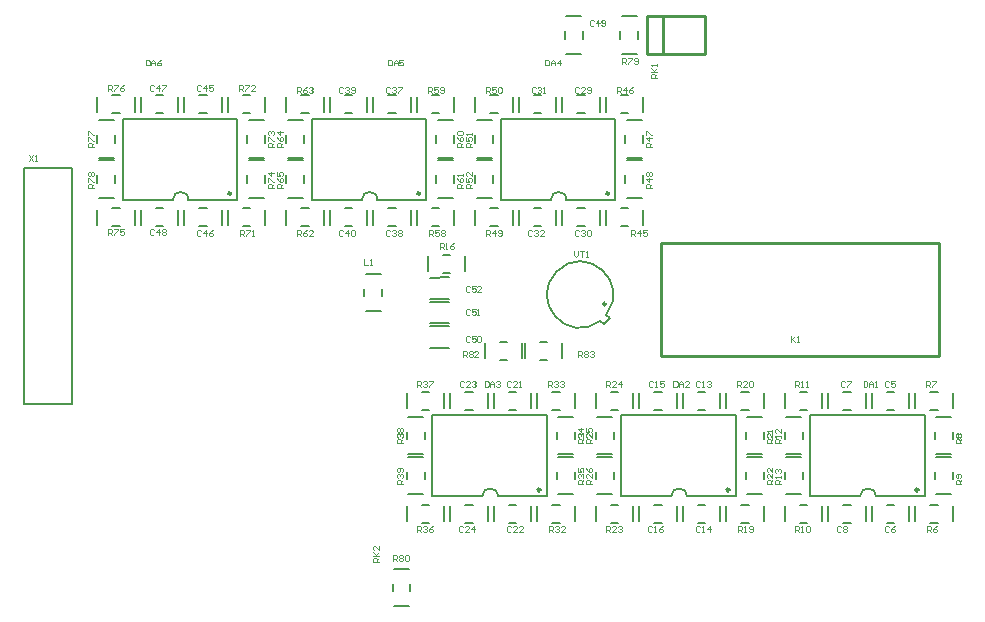
<source format=gto>
G04*
G04 #@! TF.GenerationSoftware,Altium Limited,Altium Designer,20.1.10 (176)*
G04*
G04 Layer_Color=439754*
%FSAX42Y42*%
%MOMM*%
G71*
G04*
G04 #@! TF.SameCoordinates,63434018-A3C6-436E-83B0-3C2E02A57827*
G04*
G04*
G04 #@! TF.FilePolarity,Positive*
G04*
G01*
G75*
%ADD10C,0.25*%
%ADD11C,0.15*%
%ADD12C,0.20*%
%ADD13C,0.15*%
%ADD14C,0.10*%
D10*
X001997Y004232D02*
G03*
X001997Y004232I-000012J000000D01*
G01*
X007817Y001722D02*
G03*
X007817Y001722I-000012J000000D01*
G01*
X004617Y001722D02*
G03*
X004617Y001722I-000012J000000D01*
G01*
X005197Y004232D02*
G03*
X005197Y004232I-000012J000000D01*
G01*
X003597D02*
G03*
X003597Y004232I-000012J000000D01*
G01*
X006217Y001722D02*
G03*
X006217Y001722I-000012J000000D01*
G01*
X005169Y003295D02*
G03*
X005169Y003295I-000010J000000D01*
G01*
X005640Y002856D02*
X007990D01*
Y003809D01*
X005640D02*
X007990D01*
X005640Y002856D02*
Y003809D01*
X005656Y005416D02*
X006012D01*
Y005733D01*
X005656D02*
X006012D01*
X005517Y005416D02*
X005656D01*
Y005733D01*
X005517D02*
X005656D01*
X005517Y005416D02*
Y005733D01*
D11*
X001636Y004178D02*
G03*
X001504Y004178I-000066J000000D01*
G01*
X007456Y001668D02*
G03*
X007324Y001668I-000066J000000D01*
G01*
X004256Y001668D02*
G03*
X004124Y001668I-000066J000000D01*
G01*
X004836Y004178D02*
G03*
X004704Y004178I-000066J000000D01*
G01*
X003236D02*
G03*
X003104Y004178I-000066J000000D01*
G01*
X005856Y001668D02*
G03*
X005724Y001668I-000066J000000D01*
G01*
X003236Y004178D02*
X003650D01*
X002682D02*
X003104D01*
X003650D02*
Y004864D01*
X002682Y004178D02*
Y004864D01*
X003650D01*
X001082D02*
X002050D01*
X001082Y004178D02*
Y004864D01*
X002050Y004178D02*
Y004864D01*
X001082Y004178D02*
X001504D01*
X001636D02*
X002050D01*
X006902Y002354D02*
X007870D01*
X006902Y001668D02*
Y002354D01*
X007870Y001668D02*
Y002354D01*
X006902Y001668D02*
X007324D01*
X007456D02*
X007870D01*
X003702Y002354D02*
X004670D01*
X003702Y001668D02*
Y002354D01*
X004670Y001668D02*
Y002354D01*
X003702Y001668D02*
X004124D01*
X004256D02*
X004670D01*
X004282Y004864D02*
X005250D01*
X004282Y004178D02*
Y004864D01*
X005250Y004178D02*
Y004864D01*
X004282Y004178D02*
X004704D01*
X004836D02*
X005250D01*
X005302Y002354D02*
X006270D01*
X005302Y001668D02*
Y002354D01*
X006270Y001668D02*
Y002354D01*
X005302Y001668D02*
X005724D01*
X005856D02*
X006270D01*
D12*
X005173Y003204D02*
G03*
X005123Y003154I-000221J000171D01*
G01*
X003682Y003133D02*
X003842D01*
X003682Y003313D02*
X003841Y003314D01*
X003682Y002927D02*
X003842D01*
X003682Y003107D02*
X003841Y003108D01*
X003682Y003339D02*
X003842D01*
X003682Y003519D02*
X003841Y003520D01*
X005173Y003204D02*
X005202Y003175D01*
X005152Y003125D02*
X005202Y003175D01*
X005152Y003125D02*
X005152D01*
X005123Y003154D02*
X005152Y003125D01*
D13*
X004837Y005733D02*
X004963D01*
X004837Y005416D02*
X004963D01*
X004976Y005543D02*
Y005606D01*
X004824Y005543D02*
Y005606D01*
X003978Y003572D02*
Y003699D01*
X003661Y003572D02*
Y003699D01*
X003788Y003559D02*
X003851D01*
X003788Y003711D02*
X003851D01*
X003124Y003363D02*
Y003426D01*
X003276Y003363D02*
Y003426D01*
X003136Y003236D02*
X003263D01*
X003136Y003553D02*
X003263D01*
X004801Y002836D02*
Y002964D01*
X004484Y002836D02*
Y002964D01*
X004611Y002824D02*
X004674D01*
X004611Y002976D02*
X004674D01*
X004463Y002836D02*
Y002964D01*
X004146Y002836D02*
Y002964D01*
X004273Y002824D02*
X004337D01*
X004273Y002976D02*
X004337D01*
X003485Y002411D02*
Y002538D01*
X003803Y002411D02*
Y002538D01*
X003612Y002551D02*
X003676D01*
X003612Y002399D02*
X003676D01*
X003853Y002411D02*
Y002538D01*
X004170Y002411D02*
Y002538D01*
X003980Y002551D02*
X004043D01*
X003980Y002399D02*
X004043D01*
X004538Y002411D02*
Y002538D01*
X004221Y002411D02*
Y002538D01*
X004348Y002399D02*
X004411D01*
X004348Y002551D02*
X004411D01*
X004906Y002411D02*
Y002538D01*
X004589Y002411D02*
Y002538D01*
X004716Y002399D02*
X004779D01*
X004716Y002551D02*
X004779D01*
X004170Y001456D02*
Y001583D01*
X003853Y001456D02*
Y001583D01*
X003980Y001443D02*
X004043D01*
X003980Y001596D02*
X004043D01*
X003485Y001456D02*
Y001583D01*
X003803Y001456D02*
Y001583D01*
X003612Y001596D02*
X003676D01*
X003612Y001443D02*
X003676D01*
X004221Y001456D02*
Y001583D01*
X004538Y001456D02*
Y001583D01*
X004348Y001596D02*
X004411D01*
X004348Y001443D02*
X004411D01*
X004906Y001456D02*
Y001583D01*
X004589Y001456D02*
Y001583D01*
X004716Y001443D02*
X004779D01*
X004716Y001596D02*
X004779D01*
X000247Y002447D02*
Y004447D01*
Y002447D02*
X000647D01*
Y004447D01*
X000247D02*
X000647D01*
X002465Y003966D02*
Y004093D01*
X002783Y003966D02*
Y004093D01*
X002592Y004106D02*
X002656D01*
X002592Y003953D02*
X002656D01*
X002476Y004513D02*
X002603D01*
X002476Y004196D02*
X002603D01*
X002616Y004323D02*
Y004387D01*
X002464Y004323D02*
Y004387D01*
X002476Y004534D02*
X002603D01*
X002476Y004851D02*
X002603D01*
X002464Y004661D02*
Y004724D01*
X002616Y004661D02*
Y004724D01*
X002465Y004921D02*
Y005048D01*
X002783Y004921D02*
Y005048D01*
X002592Y005061D02*
X002656D01*
X002592Y004909D02*
X002656D01*
X000864Y004323D02*
Y004387D01*
X001016Y004323D02*
Y004387D01*
X000877Y004196D02*
X001003D01*
X000877Y004513D02*
X001003D01*
X001016Y004661D02*
Y004724D01*
X000864Y004661D02*
Y004724D01*
X000877Y004851D02*
X001003D01*
X000877Y004534D02*
X001003D01*
X000992Y004909D02*
X001056D01*
X000992Y005061D02*
X001056D01*
X001183Y004921D02*
Y005048D01*
X000865Y004921D02*
Y005048D01*
X000992Y003953D02*
X001056D01*
X000992Y004106D02*
X001056D01*
X001183Y003966D02*
Y004093D01*
X000865Y003966D02*
Y004093D01*
X002134Y004323D02*
Y004387D01*
X002286Y004323D02*
Y004387D01*
X002147Y004196D02*
X002274D01*
X002147Y004513D02*
X002274D01*
X002286Y004661D02*
Y004724D01*
X002134Y004661D02*
Y004724D01*
X002147Y004851D02*
X002274D01*
X002147Y004534D02*
X002274D01*
X002096Y005061D02*
X002159D01*
X002096Y004909D02*
X002159D01*
X001969Y004921D02*
Y005048D01*
X002286Y004921D02*
Y005048D01*
X002096Y004106D02*
X002159D01*
X002096Y003953D02*
X002159D01*
X001969Y003966D02*
Y004093D01*
X002286Y003966D02*
Y004093D01*
X001360Y004106D02*
X001423D01*
X001360Y003953D02*
X001423D01*
X001233Y003966D02*
Y004093D01*
X001550Y003966D02*
Y004093D01*
X001360Y004909D02*
X001423D01*
X001360Y005061D02*
X001423D01*
X001550Y004921D02*
Y005048D01*
X001233Y004921D02*
Y005048D01*
X001728Y003953D02*
X001791D01*
X001728Y004106D02*
X001791D01*
X001918Y003966D02*
Y004093D01*
X001601Y003966D02*
Y004093D01*
X001728Y005061D02*
X001791D01*
X001728Y004909D02*
X001791D01*
X001601Y004921D02*
Y005048D01*
X001918Y004921D02*
Y005048D01*
X006316Y001596D02*
X006379D01*
X006316Y001443D02*
X006379D01*
X006189Y001456D02*
Y001583D01*
X006506Y001456D02*
Y001583D01*
X005296Y004106D02*
X005359D01*
X005296Y003953D02*
X005359D01*
X005169Y003966D02*
Y004093D01*
X005486Y003966D02*
Y004093D01*
X003696Y004106D02*
X003759D01*
X003696Y003953D02*
X003759D01*
X003569Y003966D02*
Y004093D01*
X003886Y003966D02*
Y004093D01*
X005294Y005543D02*
Y005606D01*
X005446Y005543D02*
Y005606D01*
X005306Y005416D02*
X005433D01*
X005306Y005733D02*
X005433D01*
X007548Y002551D02*
X007611D01*
X007548Y002399D02*
X007611D01*
X007421Y002411D02*
Y002538D01*
X007738Y002411D02*
Y002538D01*
X007548Y001443D02*
X007611D01*
X007548Y001596D02*
X007611D01*
X007738Y001456D02*
Y001583D01*
X007421Y001456D02*
Y001583D01*
X007180Y002399D02*
X007243D01*
X007180Y002551D02*
X007243D01*
X007370Y002411D02*
Y002538D01*
X007053Y002411D02*
Y002538D01*
X007180Y001596D02*
X007243D01*
X007180Y001443D02*
X007243D01*
X007053Y001456D02*
Y001583D01*
X007370Y001456D02*
Y001583D01*
X007916Y001596D02*
X007979D01*
X007916Y001443D02*
X007979D01*
X007789Y001456D02*
Y001583D01*
X008106Y001456D02*
Y001583D01*
X007916Y002551D02*
X007979D01*
X007916Y002399D02*
X007979D01*
X007789Y002411D02*
Y002538D01*
X008106Y002411D02*
Y002538D01*
X008106Y002151D02*
Y002214D01*
X007954Y002151D02*
Y002214D01*
X007967Y002341D02*
X008093D01*
X007967Y002024D02*
X008093D01*
X007954Y001813D02*
Y001876D01*
X008106Y001813D02*
Y001876D01*
X007967Y001686D02*
X008093D01*
X007967Y002003D02*
X008093D01*
X006812Y001443D02*
X006876D01*
X006812Y001596D02*
X006876D01*
X007003Y001456D02*
Y001583D01*
X006685Y001456D02*
Y001583D01*
X006812Y002399D02*
X006876D01*
X006812Y002551D02*
X006876D01*
X007003Y002411D02*
Y002538D01*
X006685Y002411D02*
Y002538D01*
X006836Y002151D02*
Y002214D01*
X006684Y002151D02*
Y002214D01*
X006696Y002341D02*
X006824D01*
X006696Y002024D02*
X006824D01*
X006684Y001813D02*
Y001876D01*
X006836Y001813D02*
Y001876D01*
X006696Y001686D02*
X006824D01*
X006696Y002003D02*
X006824D01*
X005296Y005061D02*
X005359D01*
X005296Y004909D02*
X005359D01*
X005169Y004921D02*
Y005048D01*
X005486Y004921D02*
Y005048D01*
X003696Y005061D02*
X003759D01*
X003696Y004909D02*
X003759D01*
X003569Y004921D02*
Y005048D01*
X003886Y004921D02*
Y005048D01*
X006316Y002551D02*
X006379D01*
X006316Y002399D02*
X006379D01*
X006189Y002411D02*
Y002538D01*
X006506Y002411D02*
Y002538D01*
X004906Y002151D02*
Y002214D01*
X004754Y002151D02*
Y002214D01*
X004767Y002341D02*
X004894D01*
X004767Y002024D02*
X004894D01*
X004754Y001813D02*
Y001876D01*
X004906Y001813D02*
Y001876D01*
X004767Y001686D02*
X004894D01*
X004767Y002003D02*
X004894D01*
X003636Y002151D02*
Y002214D01*
X003484Y002151D02*
Y002214D01*
X003497Y002341D02*
X003624D01*
X003497Y002024D02*
X003624D01*
X003484Y001813D02*
Y001876D01*
X003636Y001813D02*
Y001876D01*
X003497Y001686D02*
X003624D01*
X003497Y002003D02*
X003624D01*
X004928Y005061D02*
X004991D01*
X004928Y004909D02*
X004991D01*
X004801Y004921D02*
Y005048D01*
X005118Y004921D02*
Y005048D01*
X004928Y003953D02*
X004991D01*
X004928Y004106D02*
X004991D01*
X005118Y003966D02*
Y004093D01*
X004801Y003966D02*
Y004093D01*
X004560Y004909D02*
X004623D01*
X004560Y005061D02*
X004623D01*
X004750Y004921D02*
Y005048D01*
X004433Y004921D02*
Y005048D01*
X004560Y004106D02*
X004623D01*
X004560Y003953D02*
X004623D01*
X004433Y003966D02*
Y004093D01*
X004750Y003966D02*
Y004093D01*
X005486Y004661D02*
Y004724D01*
X005334Y004661D02*
Y004724D01*
X005347Y004851D02*
X005474D01*
X005347Y004534D02*
X005474D01*
X005334Y004323D02*
Y004387D01*
X005486Y004323D02*
Y004387D01*
X005347Y004196D02*
X005474D01*
X005347Y004513D02*
X005474D01*
X004192Y003953D02*
X004256D01*
X004192Y004106D02*
X004256D01*
X004383Y003966D02*
Y004093D01*
X004065Y003966D02*
Y004093D01*
X004192Y004909D02*
X004256D01*
X004192Y005061D02*
X004256D01*
X004383Y004921D02*
Y005048D01*
X004065Y004921D02*
Y005048D01*
X004216Y004661D02*
Y004724D01*
X004064Y004661D02*
Y004724D01*
X004076Y004851D02*
X004203D01*
X004076Y004534D02*
X004203D01*
X004064Y004323D02*
Y004387D01*
X004216Y004323D02*
Y004387D01*
X004076Y004196D02*
X004203D01*
X004076Y004513D02*
X004203D01*
X003328Y005061D02*
X003391D01*
X003328Y004909D02*
X003391D01*
X003201Y004921D02*
Y005048D01*
X003518Y004921D02*
Y005048D01*
X003328Y003953D02*
X003391D01*
X003328Y004106D02*
X003391D01*
X003518Y003966D02*
Y004093D01*
X003201Y003966D02*
Y004093D01*
X002960Y004909D02*
X003023D01*
X002960Y005061D02*
X003023D01*
X003150Y004921D02*
Y005048D01*
X002833Y004921D02*
Y005048D01*
X002960Y004106D02*
X003023D01*
X002960Y003953D02*
X003023D01*
X002833Y003966D02*
Y004093D01*
X003150Y003966D02*
Y004093D01*
X003886Y004661D02*
Y004724D01*
X003734Y004661D02*
Y004724D01*
X003747Y004851D02*
X003874D01*
X003747Y004534D02*
X003874D01*
X003734Y004323D02*
Y004387D01*
X003886Y004323D02*
Y004387D01*
X003747Y004196D02*
X003874D01*
X003747Y004513D02*
X003874D01*
X005212Y002399D02*
X005276D01*
X005212Y002551D02*
X005276D01*
X005403Y002411D02*
Y002538D01*
X005085Y002411D02*
Y002538D01*
X005580Y002399D02*
X005643D01*
X005580Y002551D02*
X005643D01*
X005770Y002411D02*
Y002538D01*
X005453Y002411D02*
Y002538D01*
X005084Y001813D02*
Y001876D01*
X005236Y001813D02*
Y001876D01*
X005097Y001686D02*
X005224D01*
X005097Y002003D02*
X005224D01*
X005236Y002151D02*
Y002214D01*
X005084Y002151D02*
Y002214D01*
X005097Y002341D02*
X005224D01*
X005097Y002024D02*
X005224D01*
X005948Y002551D02*
X006011D01*
X005948Y002399D02*
X006011D01*
X005821Y002411D02*
Y002538D01*
X006138Y002411D02*
Y002538D01*
X006506Y002151D02*
Y002214D01*
X006354Y002151D02*
Y002214D01*
X006367Y002341D02*
X006493D01*
X006367Y002024D02*
X006493D01*
X006354Y001813D02*
Y001876D01*
X006506Y001813D02*
Y001876D01*
X006367Y001686D02*
X006493D01*
X006367Y002003D02*
X006493D01*
X005948Y001443D02*
X006011D01*
X005948Y001596D02*
X006011D01*
X006138Y001456D02*
Y001583D01*
X005821Y001456D02*
Y001583D01*
X005580Y001596D02*
X005643D01*
X005580Y001443D02*
X005643D01*
X005453Y001456D02*
Y001583D01*
X005770Y001456D02*
Y001583D01*
X005212Y001443D02*
X005276D01*
X005212Y001596D02*
X005276D01*
X005403Y001456D02*
Y001583D01*
X005085Y001456D02*
Y001583D01*
X003364Y000863D02*
Y000927D01*
X003516Y000863D02*
Y000927D01*
X003376Y000736D02*
X003503D01*
X003376Y001053D02*
X003503D01*
D14*
X003250Y001110D02*
X003200D01*
Y001135D01*
X003208Y001143D01*
X003225D01*
X003233Y001135D01*
Y001110D01*
Y001127D02*
X003250Y001143D01*
X003200Y001160D02*
X003250D01*
X003233D01*
X003200Y001193D01*
X003225Y001168D01*
X003250Y001193D01*
Y001243D02*
Y001210D01*
X003217Y001243D01*
X003208D01*
X003200Y001235D01*
Y001218D01*
X003208Y001210D01*
X003763Y003760D02*
Y003810D01*
X003788D01*
X003796Y003802D01*
Y003785D01*
X003788Y003777D01*
X003763D01*
X003779D02*
X003796Y003760D01*
X003813D02*
X003829D01*
X003821D01*
Y003810D01*
X003813Y003802D01*
X003887Y003810D02*
X003871Y003802D01*
X003854Y003785D01*
Y003768D01*
X003862Y003760D01*
X003879D01*
X003887Y003768D01*
Y003777D01*
X003879Y003785D01*
X003854D01*
X006654Y001770D02*
X006604D01*
Y001795D01*
X006612Y001803D01*
X006629D01*
X006637Y001795D01*
Y001770D01*
Y001787D02*
X006654Y001803D01*
Y001820D02*
Y001837D01*
Y001828D01*
X006604D01*
X006612Y001820D01*
Y001862D02*
X006604Y001870D01*
Y001887D01*
X006612Y001895D01*
X006620D01*
X006629Y001887D01*
Y001878D01*
Y001887D01*
X006637Y001895D01*
X006645D01*
X006654Y001887D01*
Y001870D01*
X006645Y001862D01*
X006654Y002115D02*
X006604D01*
Y002140D01*
X006612Y002149D01*
X006629D01*
X006637Y002140D01*
Y002115D01*
Y002132D02*
X006654Y002149D01*
Y002165D02*
Y002182D01*
Y002174D01*
X006604D01*
X006612Y002165D01*
X006654Y002240D02*
Y002207D01*
X006620Y002240D01*
X006612D01*
X006604Y002232D01*
Y002215D01*
X006612Y002207D01*
X006773Y002590D02*
Y002640D01*
X006798D01*
X006807Y002632D01*
Y002615D01*
X006798Y002607D01*
X006773D01*
X006790D02*
X006807Y002590D01*
X006823D02*
X006840D01*
X006832D01*
Y002640D01*
X006823Y002632D01*
X006865Y002590D02*
X006882D01*
X006873D01*
Y002640D01*
X006865Y002632D01*
X006773Y001365D02*
Y001415D01*
X006798D01*
X006807Y001407D01*
Y001390D01*
X006798Y001382D01*
X006773D01*
X006790D02*
X006807Y001365D01*
X006823D02*
X006840D01*
X006832D01*
Y001415D01*
X006823Y001407D01*
X006865D02*
X006873Y001415D01*
X006890D01*
X006898Y001407D01*
Y001373D01*
X006890Y001365D01*
X006873D01*
X006865Y001373D01*
Y001407D01*
X008181Y001770D02*
X008131D01*
Y001795D01*
X008140Y001803D01*
X008156D01*
X008165Y001795D01*
Y001770D01*
Y001787D02*
X008181Y001803D01*
X008173Y001820D02*
X008181Y001828D01*
Y001845D01*
X008173Y001853D01*
X008140D01*
X008131Y001845D01*
Y001828D01*
X008140Y001820D01*
X008148D01*
X008156Y001828D01*
Y001853D01*
X008181Y002115D02*
X008131D01*
Y002140D01*
X008140Y002149D01*
X008156D01*
X008165Y002140D01*
Y002115D01*
Y002132D02*
X008181Y002149D01*
X008140Y002165D02*
X008131Y002174D01*
Y002190D01*
X008140Y002199D01*
X008148D01*
X008156Y002190D01*
X008165Y002199D01*
X008173D01*
X008181Y002190D01*
Y002174D01*
X008173Y002165D01*
X008165D01*
X008156Y002174D01*
X008148Y002165D01*
X008140D01*
X008156Y002174D02*
Y002190D01*
X007883Y002590D02*
Y002640D01*
X007908D01*
X007917Y002632D01*
Y002615D01*
X007908Y002607D01*
X007883D01*
X007900D02*
X007917Y002590D01*
X007933Y002640D02*
X007967D01*
Y002632D01*
X007933Y002598D01*
Y002590D01*
X007893Y001365D02*
Y001415D01*
X007918D01*
X007927Y001407D01*
Y001390D01*
X007918Y001382D01*
X007893D01*
X007910D02*
X007927Y001365D01*
X007977Y001415D02*
X007960Y001407D01*
X007943Y001390D01*
Y001373D01*
X007952Y001365D01*
X007968D01*
X007977Y001373D01*
Y001382D01*
X007968Y001390D01*
X007943D01*
X007352Y002645D02*
Y002595D01*
X007377D01*
X007385Y002603D01*
Y002637D01*
X007377Y002645D01*
X007352D01*
X007402Y002595D02*
Y002628D01*
X007418Y002645D01*
X007435Y002628D01*
Y002595D01*
Y002620D01*
X007402D01*
X007452Y002595D02*
X007468D01*
X007460D01*
Y002645D01*
X007452Y002637D01*
X007163Y001407D02*
X007155Y001415D01*
X007138D01*
X007130Y001407D01*
Y001373D01*
X007138Y001365D01*
X007155D01*
X007163Y001373D01*
X007180Y001407D02*
X007188Y001415D01*
X007205D01*
X007213Y001407D01*
Y001398D01*
X007205Y001390D01*
X007213Y001382D01*
Y001373D01*
X007205Y001365D01*
X007188D01*
X007180Y001373D01*
Y001382D01*
X007188Y001390D01*
X007180Y001398D01*
Y001407D01*
X007188Y001390D02*
X007205D01*
X007192Y002632D02*
X007183Y002640D01*
X007167D01*
X007158Y002632D01*
Y002598D01*
X007167Y002590D01*
X007183D01*
X007192Y002598D01*
X007208Y002640D02*
X007242D01*
Y002632D01*
X007208Y002598D01*
Y002590D01*
X007565Y001407D02*
X007557Y001415D01*
X007540D01*
X007532Y001407D01*
Y001373D01*
X007540Y001365D01*
X007557D01*
X007565Y001373D01*
X007615Y001415D02*
X007598Y001407D01*
X007582Y001390D01*
Y001373D01*
X007590Y001365D01*
X007607D01*
X007615Y001373D01*
Y001382D01*
X007607Y001390D01*
X007582D01*
X007565Y002632D02*
X007557Y002640D01*
X007540D01*
X007532Y002632D01*
Y002598D01*
X007540Y002590D01*
X007557D01*
X007565Y002598D01*
X007615Y002640D02*
X007582D01*
Y002615D01*
X007598Y002623D01*
X007607D01*
X007615Y002615D01*
Y002598D01*
X007607Y002590D01*
X007590D01*
X007582Y002598D01*
X000834Y004280D02*
X000784D01*
Y004305D01*
X000792Y004313D01*
X000809D01*
X000817Y004305D01*
Y004280D01*
Y004297D02*
X000834Y004313D01*
X000784Y004330D02*
Y004363D01*
X000792D01*
X000825Y004330D01*
X000834D01*
X000792Y004380D02*
X000784Y004388D01*
Y004405D01*
X000792Y004413D01*
X000800D01*
X000809Y004405D01*
X000817Y004413D01*
X000825D01*
X000834Y004405D01*
Y004388D01*
X000825Y004380D01*
X000817D01*
X000809Y004388D01*
X000800Y004380D01*
X000792D01*
X000809Y004388D02*
Y004405D01*
X000834Y004625D02*
X000784D01*
Y004650D01*
X000792Y004659D01*
X000809D01*
X000817Y004650D01*
Y004625D01*
Y004642D02*
X000834Y004659D01*
X000784Y004675D02*
Y004709D01*
X000792D01*
X000825Y004675D01*
X000834D01*
X000784Y004725D02*
Y004759D01*
X000792D01*
X000825Y004725D01*
X000834D01*
X000953Y005100D02*
Y005150D01*
X000978D01*
X000987Y005142D01*
Y005125D01*
X000978Y005117D01*
X000953D01*
X000970D02*
X000987Y005100D01*
X001003Y005150D02*
X001037D01*
Y005142D01*
X001003Y005108D01*
Y005100D01*
X001087Y005150D02*
X001070Y005142D01*
X001053Y005125D01*
Y005108D01*
X001062Y005100D01*
X001078D01*
X001087Y005108D01*
Y005117D01*
X001078Y005125D01*
X001053D01*
X000953Y003880D02*
Y003930D01*
X000978D01*
X000987Y003922D01*
Y003905D01*
X000978Y003897D01*
X000953D01*
X000970D02*
X000987Y003880D01*
X001003Y003930D02*
X001037D01*
Y003922D01*
X001003Y003888D01*
Y003880D01*
X001087Y003930D02*
X001053D01*
Y003905D01*
X001070Y003913D01*
X001078D01*
X001087Y003905D01*
Y003888D01*
X001078Y003880D01*
X001062D01*
X001053Y003888D01*
X002361Y004280D02*
X002311D01*
Y004305D01*
X002320Y004313D01*
X002336D01*
X002345Y004305D01*
Y004280D01*
Y004297D02*
X002361Y004313D01*
X002311Y004330D02*
Y004363D01*
X002320D01*
X002353Y004330D01*
X002361D01*
Y004405D02*
X002311D01*
X002336Y004380D01*
Y004413D01*
X002361Y004625D02*
X002311D01*
Y004650D01*
X002320Y004659D01*
X002336D01*
X002345Y004650D01*
Y004625D01*
Y004642D02*
X002361Y004659D01*
X002311Y004675D02*
Y004709D01*
X002320D01*
X002353Y004675D01*
X002361D01*
X002320Y004725D02*
X002311Y004734D01*
Y004750D01*
X002320Y004759D01*
X002328D01*
X002336Y004750D01*
Y004742D01*
Y004750D01*
X002345Y004759D01*
X002353D01*
X002361Y004750D01*
Y004734D01*
X002353Y004725D01*
X002063Y005100D02*
Y005150D01*
X002088D01*
X002097Y005142D01*
Y005125D01*
X002088Y005117D01*
X002063D01*
X002080D02*
X002097Y005100D01*
X002113Y005150D02*
X002147D01*
Y005142D01*
X002113Y005108D01*
Y005100D01*
X002197D02*
X002163D01*
X002197Y005133D01*
Y005142D01*
X002188Y005150D01*
X002172D01*
X002163Y005142D01*
X002073Y003875D02*
Y003925D01*
X002098D01*
X002107Y003917D01*
Y003900D01*
X002098Y003892D01*
X002073D01*
X002090D02*
X002107Y003875D01*
X002123Y003925D02*
X002157D01*
Y003917D01*
X002123Y003883D01*
Y003875D01*
X002173D02*
X002190D01*
X002182D01*
Y003925D01*
X002173Y003917D01*
X002434Y004280D02*
X002384D01*
Y004305D01*
X002392Y004313D01*
X002409D01*
X002417Y004305D01*
Y004280D01*
Y004297D02*
X002434Y004313D01*
X002384Y004363D02*
X002392Y004347D01*
X002409Y004330D01*
X002425D01*
X002434Y004338D01*
Y004355D01*
X002425Y004363D01*
X002417D01*
X002409Y004355D01*
Y004330D01*
X002384Y004413D02*
Y004380D01*
X002409D01*
X002400Y004397D01*
Y004405D01*
X002409Y004413D01*
X002425D01*
X002434Y004405D01*
Y004388D01*
X002425Y004380D01*
X002434Y004625D02*
X002384D01*
Y004650D01*
X002392Y004659D01*
X002409D01*
X002417Y004650D01*
Y004625D01*
Y004642D02*
X002434Y004659D01*
X002384Y004709D02*
X002392Y004692D01*
X002409Y004675D01*
X002425D01*
X002434Y004684D01*
Y004700D01*
X002425Y004709D01*
X002417D01*
X002409Y004700D01*
Y004675D01*
X002434Y004750D02*
X002384D01*
X002409Y004725D01*
Y004759D01*
X004933Y002850D02*
Y002900D01*
X004958D01*
X004967Y002892D01*
Y002875D01*
X004958Y002867D01*
X004933D01*
X004950D02*
X004967Y002850D01*
X004983Y002892D02*
X004992Y002900D01*
X005008D01*
X005017Y002892D01*
Y002883D01*
X005008Y002875D01*
X005017Y002867D01*
Y002858D01*
X005008Y002850D01*
X004992D01*
X004983Y002858D01*
Y002867D01*
X004992Y002875D01*
X004983Y002883D01*
Y002892D01*
X004992Y002875D02*
X005008D01*
X005033Y002892D02*
X005042Y002900D01*
X005058D01*
X005067Y002892D01*
Y002883D01*
X005058Y002875D01*
X005050D01*
X005058D01*
X005067Y002867D01*
Y002858D01*
X005058Y002850D01*
X005042D01*
X005033Y002858D01*
X003958Y002850D02*
Y002900D01*
X003983D01*
X003992Y002892D01*
Y002875D01*
X003983Y002867D01*
X003958D01*
X003975D02*
X003992Y002850D01*
X004008Y002892D02*
X004017Y002900D01*
X004033D01*
X004042Y002892D01*
Y002883D01*
X004033Y002875D01*
X004042Y002867D01*
Y002858D01*
X004033Y002850D01*
X004017D01*
X004008Y002858D01*
Y002867D01*
X004017Y002875D01*
X004008Y002883D01*
Y002892D01*
X004017Y002875D02*
X004033D01*
X004092Y002850D02*
X004058D01*
X004092Y002883D01*
Y002892D01*
X004083Y002900D01*
X004067D01*
X004058Y002892D01*
X003367Y001121D02*
Y001171D01*
X003392D01*
X003400Y001162D01*
Y001146D01*
X003392Y001137D01*
X003367D01*
X003383D02*
X003400Y001121D01*
X003417Y001162D02*
X003425Y001171D01*
X003442D01*
X003450Y001162D01*
Y001154D01*
X003442Y001146D01*
X003450Y001137D01*
Y001129D01*
X003442Y001121D01*
X003425D01*
X003417Y001129D01*
Y001137D01*
X003425Y001146D01*
X003417Y001154D01*
Y001162D01*
X003425Y001146D02*
X003442D01*
X003467Y001162D02*
X003475Y001171D01*
X003492D01*
X003500Y001162D01*
Y001129D01*
X003492Y001121D01*
X003475D01*
X003467Y001129D01*
Y001162D01*
X005308Y005325D02*
Y005375D01*
X005333D01*
X005342Y005367D01*
Y005350D01*
X005333Y005342D01*
X005308D01*
X005325D02*
X005342Y005325D01*
X005358Y005375D02*
X005392D01*
Y005367D01*
X005358Y005333D01*
Y005325D01*
X005408Y005333D02*
X005417Y005325D01*
X005433D01*
X005442Y005333D01*
Y005367D01*
X005433Y005375D01*
X005417D01*
X005408Y005367D01*
Y005358D01*
X005417Y005350D01*
X005442D01*
X002553Y005085D02*
Y005135D01*
X002578D01*
X002587Y005127D01*
Y005110D01*
X002578Y005102D01*
X002553D01*
X002570D02*
X002587Y005085D01*
X002637Y005135D02*
X002620Y005127D01*
X002603Y005110D01*
Y005093D01*
X002612Y005085D01*
X002628D01*
X002637Y005093D01*
Y005102D01*
X002628Y005110D01*
X002603D01*
X002653Y005127D02*
X002662Y005135D01*
X002678D01*
X002687Y005127D01*
Y005118D01*
X002678Y005110D01*
X002670D01*
X002678D01*
X002687Y005102D01*
Y005093D01*
X002678Y005085D01*
X002662D01*
X002653Y005093D01*
X002553Y003875D02*
Y003925D01*
X002578D01*
X002587Y003917D01*
Y003900D01*
X002578Y003892D01*
X002553D01*
X002570D02*
X002587Y003875D01*
X002637Y003925D02*
X002620Y003917D01*
X002603Y003900D01*
Y003883D01*
X002612Y003875D01*
X002628D01*
X002637Y003883D01*
Y003892D01*
X002628Y003900D01*
X002603D01*
X002687Y003875D02*
X002653D01*
X002687Y003908D01*
Y003917D01*
X002678Y003925D01*
X002662D01*
X002653Y003917D01*
X003961Y004280D02*
X003911D01*
Y004305D01*
X003920Y004313D01*
X003936D01*
X003945Y004305D01*
Y004280D01*
Y004297D02*
X003961Y004313D01*
X003911Y004363D02*
X003920Y004347D01*
X003936Y004330D01*
X003953D01*
X003961Y004338D01*
Y004355D01*
X003953Y004363D01*
X003945D01*
X003936Y004355D01*
Y004330D01*
X003961Y004380D02*
Y004397D01*
Y004388D01*
X003911D01*
X003920Y004380D01*
X003961Y004625D02*
X003911D01*
Y004650D01*
X003920Y004659D01*
X003936D01*
X003945Y004650D01*
Y004625D01*
Y004642D02*
X003961Y004659D01*
X003911Y004709D02*
X003920Y004692D01*
X003936Y004675D01*
X003953D01*
X003961Y004684D01*
Y004700D01*
X003953Y004709D01*
X003945D01*
X003936Y004700D01*
Y004675D01*
X003920Y004725D02*
X003911Y004734D01*
Y004750D01*
X003920Y004759D01*
X003953D01*
X003961Y004750D01*
Y004734D01*
X003953Y004725D01*
X003920D01*
X003663Y005085D02*
Y005135D01*
X003688D01*
X003697Y005127D01*
Y005110D01*
X003688Y005102D01*
X003663D01*
X003680D02*
X003697Y005085D01*
X003747Y005135D02*
X003713D01*
Y005110D01*
X003730Y005118D01*
X003738D01*
X003747Y005110D01*
Y005093D01*
X003738Y005085D01*
X003722D01*
X003713Y005093D01*
X003763D02*
X003772Y005085D01*
X003788D01*
X003797Y005093D01*
Y005127D01*
X003788Y005135D01*
X003772D01*
X003763Y005127D01*
Y005118D01*
X003772Y005110D01*
X003797D01*
X003673Y003875D02*
Y003925D01*
X003698D01*
X003707Y003917D01*
Y003900D01*
X003698Y003892D01*
X003673D01*
X003690D02*
X003707Y003875D01*
X003757Y003925D02*
X003723D01*
Y003900D01*
X003740Y003908D01*
X003748D01*
X003757Y003900D01*
Y003883D01*
X003748Y003875D01*
X003732D01*
X003723Y003883D01*
X003773Y003917D02*
X003782Y003925D01*
X003798D01*
X003807Y003917D01*
Y003908D01*
X003798Y003900D01*
X003807Y003892D01*
Y003883D01*
X003798Y003875D01*
X003782D01*
X003773Y003883D01*
Y003892D01*
X003782Y003900D01*
X003773Y003908D01*
Y003917D01*
X003782Y003900D02*
X003798D01*
X004034Y004280D02*
X003984D01*
Y004305D01*
X003992Y004313D01*
X004009D01*
X004017Y004305D01*
Y004280D01*
Y004297D02*
X004034Y004313D01*
X003984Y004363D02*
Y004330D01*
X004009D01*
X004000Y004347D01*
Y004355D01*
X004009Y004363D01*
X004025D01*
X004034Y004355D01*
Y004338D01*
X004025Y004330D01*
X004034Y004413D02*
Y004380D01*
X004000Y004413D01*
X003992D01*
X003984Y004405D01*
Y004388D01*
X003992Y004380D01*
X004034Y004625D02*
X003984D01*
Y004650D01*
X003992Y004659D01*
X004009D01*
X004017Y004650D01*
Y004625D01*
Y004642D02*
X004034Y004659D01*
X003984Y004709D02*
Y004675D01*
X004009D01*
X004000Y004692D01*
Y004700D01*
X004009Y004709D01*
X004025D01*
X004034Y004700D01*
Y004684D01*
X004025Y004675D01*
X004034Y004725D02*
Y004742D01*
Y004734D01*
X003984D01*
X003992Y004725D01*
X004153Y005085D02*
Y005135D01*
X004178D01*
X004187Y005127D01*
Y005110D01*
X004178Y005102D01*
X004153D01*
X004170D02*
X004187Y005085D01*
X004237Y005135D02*
X004203D01*
Y005110D01*
X004220Y005118D01*
X004228D01*
X004237Y005110D01*
Y005093D01*
X004228Y005085D01*
X004212D01*
X004203Y005093D01*
X004253Y005127D02*
X004262Y005135D01*
X004278D01*
X004287Y005127D01*
Y005093D01*
X004278Y005085D01*
X004262D01*
X004253Y005093D01*
Y005127D01*
X004153Y003875D02*
Y003925D01*
X004178D01*
X004187Y003917D01*
Y003900D01*
X004178Y003892D01*
X004153D01*
X004170D02*
X004187Y003875D01*
X004228D02*
Y003925D01*
X004203Y003900D01*
X004237D01*
X004253Y003883D02*
X004262Y003875D01*
X004278D01*
X004287Y003883D01*
Y003917D01*
X004278Y003925D01*
X004262D01*
X004253Y003917D01*
Y003908D01*
X004262Y003900D01*
X004287D01*
X005561Y004280D02*
X005511D01*
Y004305D01*
X005520Y004313D01*
X005536D01*
X005545Y004305D01*
Y004280D01*
Y004297D02*
X005561Y004313D01*
Y004355D02*
X005511D01*
X005536Y004330D01*
Y004363D01*
X005520Y004380D02*
X005511Y004388D01*
Y004405D01*
X005520Y004413D01*
X005528D01*
X005536Y004405D01*
X005545Y004413D01*
X005553D01*
X005561Y004405D01*
Y004388D01*
X005553Y004380D01*
X005545D01*
X005536Y004388D01*
X005528Y004380D01*
X005520D01*
X005536Y004388D02*
Y004405D01*
X005561Y004625D02*
X005511D01*
Y004650D01*
X005520Y004659D01*
X005536D01*
X005545Y004650D01*
Y004625D01*
Y004642D02*
X005561Y004659D01*
Y004700D02*
X005511D01*
X005536Y004675D01*
Y004709D01*
X005511Y004725D02*
Y004759D01*
X005520D01*
X005553Y004725D01*
X005561D01*
X005263Y005085D02*
Y005135D01*
X005288D01*
X005297Y005127D01*
Y005110D01*
X005288Y005102D01*
X005263D01*
X005280D02*
X005297Y005085D01*
X005338D02*
Y005135D01*
X005313Y005110D01*
X005347D01*
X005397Y005135D02*
X005380Y005127D01*
X005363Y005110D01*
Y005093D01*
X005372Y005085D01*
X005388D01*
X005397Y005093D01*
Y005102D01*
X005388Y005110D01*
X005363D01*
X005383Y003875D02*
Y003925D01*
X005408D01*
X005417Y003917D01*
Y003900D01*
X005408Y003892D01*
X005383D01*
X005400D02*
X005417Y003875D01*
X005458D02*
Y003925D01*
X005433Y003900D01*
X005467D01*
X005517Y003925D02*
X005483D01*
Y003900D01*
X005500Y003908D01*
X005508D01*
X005517Y003900D01*
Y003883D01*
X005508Y003875D01*
X005492D01*
X005483Y003883D01*
X003454Y001770D02*
X003404D01*
Y001795D01*
X003412Y001803D01*
X003429D01*
X003437Y001795D01*
Y001770D01*
Y001787D02*
X003454Y001803D01*
X003412Y001820D02*
X003404Y001828D01*
Y001845D01*
X003412Y001853D01*
X003420D01*
X003429Y001845D01*
Y001837D01*
Y001845D01*
X003437Y001853D01*
X003445D01*
X003454Y001845D01*
Y001828D01*
X003445Y001820D01*
Y001870D02*
X003454Y001878D01*
Y001895D01*
X003445Y001903D01*
X003412D01*
X003404Y001895D01*
Y001878D01*
X003412Y001870D01*
X003420D01*
X003429Y001878D01*
Y001903D01*
X003454Y002115D02*
X003404D01*
Y002140D01*
X003412Y002149D01*
X003429D01*
X003437Y002140D01*
Y002115D01*
Y002132D02*
X003454Y002149D01*
X003412Y002165D02*
X003404Y002174D01*
Y002190D01*
X003412Y002199D01*
X003420D01*
X003429Y002190D01*
Y002182D01*
Y002190D01*
X003437Y002199D01*
X003445D01*
X003454Y002190D01*
Y002174D01*
X003445Y002165D01*
X003412Y002215D02*
X003404Y002224D01*
Y002240D01*
X003412Y002249D01*
X003420D01*
X003429Y002240D01*
X003437Y002249D01*
X003445D01*
X003454Y002240D01*
Y002224D01*
X003445Y002215D01*
X003437D01*
X003429Y002224D01*
X003420Y002215D01*
X003412D01*
X003429Y002224D02*
Y002240D01*
X003573Y002590D02*
Y002640D01*
X003598D01*
X003607Y002632D01*
Y002615D01*
X003598Y002607D01*
X003573D01*
X003590D02*
X003607Y002590D01*
X003623Y002632D02*
X003632Y002640D01*
X003648D01*
X003657Y002632D01*
Y002623D01*
X003648Y002615D01*
X003640D01*
X003648D01*
X003657Y002607D01*
Y002598D01*
X003648Y002590D01*
X003632D01*
X003623Y002598D01*
X003673Y002640D02*
X003707D01*
Y002632D01*
X003673Y002598D01*
Y002590D01*
X003573Y001365D02*
Y001415D01*
X003598D01*
X003607Y001407D01*
Y001390D01*
X003598Y001382D01*
X003573D01*
X003590D02*
X003607Y001365D01*
X003623Y001407D02*
X003632Y001415D01*
X003648D01*
X003657Y001407D01*
Y001398D01*
X003648Y001390D01*
X003640D01*
X003648D01*
X003657Y001382D01*
Y001373D01*
X003648Y001365D01*
X003632D01*
X003623Y001373D01*
X003707Y001415D02*
X003690Y001407D01*
X003673Y001390D01*
Y001373D01*
X003682Y001365D01*
X003698D01*
X003707Y001373D01*
Y001382D01*
X003698Y001390D01*
X003673D01*
X004981Y001770D02*
X004931D01*
Y001795D01*
X004940Y001803D01*
X004956D01*
X004965Y001795D01*
Y001770D01*
Y001787D02*
X004981Y001803D01*
X004940Y001820D02*
X004931Y001828D01*
Y001845D01*
X004940Y001853D01*
X004948D01*
X004956Y001845D01*
Y001837D01*
Y001845D01*
X004965Y001853D01*
X004973D01*
X004981Y001845D01*
Y001828D01*
X004973Y001820D01*
X004931Y001903D02*
Y001870D01*
X004956D01*
X004948Y001887D01*
Y001895D01*
X004956Y001903D01*
X004973D01*
X004981Y001895D01*
Y001878D01*
X004973Y001870D01*
X004981Y002115D02*
X004931D01*
Y002140D01*
X004940Y002149D01*
X004956D01*
X004965Y002140D01*
Y002115D01*
Y002132D02*
X004981Y002149D01*
X004940Y002165D02*
X004931Y002174D01*
Y002190D01*
X004940Y002199D01*
X004948D01*
X004956Y002190D01*
Y002182D01*
Y002190D01*
X004965Y002199D01*
X004973D01*
X004981Y002190D01*
Y002174D01*
X004973Y002165D01*
X004981Y002240D02*
X004931D01*
X004956Y002215D01*
Y002249D01*
X004683Y002590D02*
Y002640D01*
X004708D01*
X004717Y002632D01*
Y002615D01*
X004708Y002607D01*
X004683D01*
X004700D02*
X004717Y002590D01*
X004733Y002632D02*
X004742Y002640D01*
X004758D01*
X004767Y002632D01*
Y002623D01*
X004758Y002615D01*
X004750D01*
X004758D01*
X004767Y002607D01*
Y002598D01*
X004758Y002590D01*
X004742D01*
X004733Y002598D01*
X004783Y002632D02*
X004792Y002640D01*
X004808D01*
X004817Y002632D01*
Y002623D01*
X004808Y002615D01*
X004800D01*
X004808D01*
X004817Y002607D01*
Y002598D01*
X004808Y002590D01*
X004792D01*
X004783Y002598D01*
X004693Y001365D02*
Y001415D01*
X004718D01*
X004727Y001407D01*
Y001390D01*
X004718Y001382D01*
X004693D01*
X004710D02*
X004727Y001365D01*
X004743Y001407D02*
X004752Y001415D01*
X004768D01*
X004777Y001407D01*
Y001398D01*
X004768Y001390D01*
X004760D01*
X004768D01*
X004777Y001382D01*
Y001373D01*
X004768Y001365D01*
X004752D01*
X004743Y001373D01*
X004827Y001365D02*
X004793D01*
X004827Y001398D01*
Y001407D01*
X004818Y001415D01*
X004802D01*
X004793Y001407D01*
X005054Y001770D02*
X005004D01*
Y001795D01*
X005012Y001803D01*
X005029D01*
X005037Y001795D01*
Y001770D01*
Y001787D02*
X005054Y001803D01*
Y001853D02*
Y001820D01*
X005020Y001853D01*
X005012D01*
X005004Y001845D01*
Y001828D01*
X005012Y001820D01*
X005004Y001903D02*
X005012Y001887D01*
X005029Y001870D01*
X005045D01*
X005054Y001878D01*
Y001895D01*
X005045Y001903D01*
X005037D01*
X005029Y001895D01*
Y001870D01*
X005054Y002115D02*
X005004D01*
Y002140D01*
X005012Y002149D01*
X005029D01*
X005037Y002140D01*
Y002115D01*
Y002132D02*
X005054Y002149D01*
Y002199D02*
Y002165D01*
X005020Y002199D01*
X005012D01*
X005004Y002190D01*
Y002174D01*
X005012Y002165D01*
X005004Y002249D02*
Y002215D01*
X005029D01*
X005020Y002232D01*
Y002240D01*
X005029Y002249D01*
X005045D01*
X005054Y002240D01*
Y002224D01*
X005045Y002215D01*
X005173Y002590D02*
Y002640D01*
X005198D01*
X005207Y002632D01*
Y002615D01*
X005198Y002607D01*
X005173D01*
X005190D02*
X005207Y002590D01*
X005257D02*
X005223D01*
X005257Y002623D01*
Y002632D01*
X005248Y002640D01*
X005232D01*
X005223Y002632D01*
X005298Y002590D02*
Y002640D01*
X005273Y002615D01*
X005307D01*
X005173Y001365D02*
Y001415D01*
X005198D01*
X005207Y001407D01*
Y001390D01*
X005198Y001382D01*
X005173D01*
X005190D02*
X005207Y001365D01*
X005257D02*
X005223D01*
X005257Y001398D01*
Y001407D01*
X005248Y001415D01*
X005232D01*
X005223Y001407D01*
X005273D02*
X005282Y001415D01*
X005298D01*
X005307Y001407D01*
Y001398D01*
X005298Y001390D01*
X005290D01*
X005298D01*
X005307Y001382D01*
Y001373D01*
X005298Y001365D01*
X005282D01*
X005273Y001373D01*
X006581Y001770D02*
X006531D01*
Y001795D01*
X006540Y001803D01*
X006556D01*
X006565Y001795D01*
Y001770D01*
Y001787D02*
X006581Y001803D01*
Y001853D02*
Y001820D01*
X006548Y001853D01*
X006540D01*
X006531Y001845D01*
Y001828D01*
X006540Y001820D01*
X006581Y001903D02*
Y001870D01*
X006548Y001903D01*
X006540D01*
X006531Y001895D01*
Y001878D01*
X006540Y001870D01*
X006581Y002115D02*
X006531D01*
Y002140D01*
X006540Y002149D01*
X006556D01*
X006565Y002140D01*
Y002115D01*
Y002132D02*
X006581Y002149D01*
Y002199D02*
Y002165D01*
X006548Y002199D01*
X006540D01*
X006531Y002190D01*
Y002174D01*
X006540Y002165D01*
X006581Y002215D02*
Y002232D01*
Y002224D01*
X006531D01*
X006540Y002215D01*
X006283Y002590D02*
Y002640D01*
X006308D01*
X006317Y002632D01*
Y002615D01*
X006308Y002607D01*
X006283D01*
X006300D02*
X006317Y002590D01*
X006367D02*
X006333D01*
X006367Y002623D01*
Y002632D01*
X006358Y002640D01*
X006342D01*
X006333Y002632D01*
X006383D02*
X006392Y002640D01*
X006408D01*
X006417Y002632D01*
Y002598D01*
X006408Y002590D01*
X006392D01*
X006383Y002598D01*
Y002632D01*
X006293Y001365D02*
Y001415D01*
X006318D01*
X006327Y001407D01*
Y001390D01*
X006318Y001382D01*
X006293D01*
X006310D02*
X006327Y001365D01*
X006343D02*
X006360D01*
X006352D01*
Y001415D01*
X006343Y001407D01*
X006385Y001373D02*
X006393Y001365D01*
X006410D01*
X006418Y001373D01*
Y001407D01*
X006410Y001415D01*
X006393D01*
X006385Y001407D01*
Y001398D01*
X006393Y001390D01*
X006418D01*
X003126Y003673D02*
Y003623D01*
X003160D01*
X003176D02*
X003193D01*
X003185D01*
Y003673D01*
X003176Y003664D01*
X001273Y005365D02*
Y005315D01*
X001298D01*
X001307Y005323D01*
Y005357D01*
X001298Y005365D01*
X001273D01*
X001323Y005315D02*
Y005348D01*
X001340Y005365D01*
X001357Y005348D01*
Y005315D01*
Y005340D01*
X001323D01*
X001407Y005365D02*
X001390Y005357D01*
X001373Y005340D01*
Y005323D01*
X001382Y005315D01*
X001398D01*
X001407Y005323D01*
Y005332D01*
X001398Y005340D01*
X001373D01*
X003323Y005365D02*
Y005315D01*
X003348D01*
X003357Y005323D01*
Y005357D01*
X003348Y005365D01*
X003323D01*
X003373Y005315D02*
Y005348D01*
X003390Y005365D01*
X003407Y005348D01*
Y005315D01*
Y005340D01*
X003373D01*
X003457Y005365D02*
X003423D01*
Y005340D01*
X003440Y005348D01*
X003448D01*
X003457Y005340D01*
Y005323D01*
X003448Y005315D01*
X003432D01*
X003423Y005323D01*
X004658Y005365D02*
Y005315D01*
X004683D01*
X004692Y005323D01*
Y005357D01*
X004683Y005365D01*
X004658D01*
X004708Y005315D02*
Y005348D01*
X004725Y005365D01*
X004742Y005348D01*
Y005315D01*
Y005340D01*
X004708D01*
X004783Y005315D02*
Y005365D01*
X004758Y005340D01*
X004792D01*
X004143Y002645D02*
Y002595D01*
X004168D01*
X004177Y002603D01*
Y002637D01*
X004168Y002645D01*
X004143D01*
X004193Y002595D02*
Y002628D01*
X004210Y002645D01*
X004227Y002628D01*
Y002595D01*
Y002620D01*
X004193D01*
X004243Y002637D02*
X004252Y002645D01*
X004268D01*
X004277Y002637D01*
Y002628D01*
X004268Y002620D01*
X004260D01*
X004268D01*
X004277Y002612D01*
Y002603D01*
X004268Y002595D01*
X004252D01*
X004243Y002603D01*
X005743Y002645D02*
Y002595D01*
X005768D01*
X005777Y002603D01*
Y002637D01*
X005768Y002645D01*
X005743D01*
X005793Y002595D02*
Y002628D01*
X005810Y002645D01*
X005827Y002628D01*
Y002595D01*
Y002620D01*
X005793D01*
X005877Y002595D02*
X005843D01*
X005877Y002628D01*
Y002637D01*
X005868Y002645D01*
X005852D01*
X005843Y002637D01*
X004017Y003442D02*
X004008Y003450D01*
X003992D01*
X003983Y003442D01*
Y003408D01*
X003992Y003400D01*
X004008D01*
X004017Y003408D01*
X004067Y003450D02*
X004033D01*
Y003425D01*
X004050Y003433D01*
X004058D01*
X004067Y003425D01*
Y003408D01*
X004058Y003400D01*
X004042D01*
X004033Y003408D01*
X004117Y003400D02*
X004083D01*
X004117Y003433D01*
Y003442D01*
X004108Y003450D01*
X004092D01*
X004083Y003442D01*
X004017Y003242D02*
X004008Y003250D01*
X003992D01*
X003983Y003242D01*
Y003208D01*
X003992Y003200D01*
X004008D01*
X004017Y003208D01*
X004067Y003250D02*
X004033D01*
Y003225D01*
X004050Y003233D01*
X004058D01*
X004067Y003225D01*
Y003208D01*
X004058Y003200D01*
X004042D01*
X004033Y003208D01*
X004083Y003200D02*
X004100D01*
X004092D01*
Y003250D01*
X004083Y003242D01*
X004017Y003017D02*
X004008Y003025D01*
X003992D01*
X003983Y003017D01*
Y002983D01*
X003992Y002975D01*
X004008D01*
X004017Y002983D01*
X004067Y003025D02*
X004033D01*
Y003000D01*
X004050Y003008D01*
X004058D01*
X004067Y003000D01*
Y002983D01*
X004058Y002975D01*
X004042D01*
X004033Y002983D01*
X004083Y003017D02*
X004092Y003025D01*
X004108D01*
X004117Y003017D01*
Y002983D01*
X004108Y002975D01*
X004092D01*
X004083Y002983D01*
Y003017D01*
X005067Y005692D02*
X005058Y005700D01*
X005042D01*
X005033Y005692D01*
Y005658D01*
X005042Y005650D01*
X005058D01*
X005067Y005658D01*
X005108Y005650D02*
Y005700D01*
X005083Y005675D01*
X005117D01*
X005133Y005658D02*
X005142Y005650D01*
X005158D01*
X005167Y005658D01*
Y005692D01*
X005158Y005700D01*
X005142D01*
X005133Y005692D01*
Y005683D01*
X005142Y005675D01*
X005167D01*
X001343Y003922D02*
X001335Y003930D01*
X001318D01*
X001310Y003922D01*
Y003888D01*
X001318Y003880D01*
X001335D01*
X001343Y003888D01*
X001385Y003880D02*
Y003930D01*
X001360Y003905D01*
X001393D01*
X001410Y003922D02*
X001418Y003930D01*
X001435D01*
X001443Y003922D01*
Y003913D01*
X001435Y003905D01*
X001443Y003897D01*
Y003888D01*
X001435Y003880D01*
X001418D01*
X001410Y003888D01*
Y003897D01*
X001418Y003905D01*
X001410Y003913D01*
Y003922D01*
X001418Y003905D02*
X001435D01*
X001343Y005142D02*
X001335Y005150D01*
X001318D01*
X001310Y005142D01*
Y005108D01*
X001318Y005100D01*
X001335D01*
X001343Y005108D01*
X001385Y005100D02*
Y005150D01*
X001360Y005125D01*
X001393D01*
X001410Y005150D02*
X001443D01*
Y005142D01*
X001410Y005108D01*
Y005100D01*
X001745Y003917D02*
X001737Y003925D01*
X001720D01*
X001712Y003917D01*
Y003883D01*
X001720Y003875D01*
X001737D01*
X001745Y003883D01*
X001787Y003875D02*
Y003925D01*
X001762Y003900D01*
X001795D01*
X001845Y003925D02*
X001828Y003917D01*
X001812Y003900D01*
Y003883D01*
X001820Y003875D01*
X001837D01*
X001845Y003883D01*
Y003892D01*
X001837Y003900D01*
X001812D01*
X001745Y005142D02*
X001737Y005150D01*
X001720D01*
X001712Y005142D01*
Y005108D01*
X001720Y005100D01*
X001737D01*
X001745Y005108D01*
X001787Y005100D02*
Y005150D01*
X001762Y005125D01*
X001795D01*
X001845Y005150D02*
X001812D01*
Y005125D01*
X001828Y005133D01*
X001837D01*
X001845Y005125D01*
Y005108D01*
X001837Y005100D01*
X001820D01*
X001812Y005108D01*
X002943Y003917D02*
X002935Y003925D01*
X002918D01*
X002910Y003917D01*
Y003883D01*
X002918Y003875D01*
X002935D01*
X002943Y003883D01*
X002985Y003875D02*
Y003925D01*
X002960Y003900D01*
X002993D01*
X003010Y003917D02*
X003018Y003925D01*
X003035D01*
X003043Y003917D01*
Y003883D01*
X003035Y003875D01*
X003018D01*
X003010Y003883D01*
Y003917D01*
X002943Y005127D02*
X002935Y005135D01*
X002918D01*
X002910Y005127D01*
Y005093D01*
X002918Y005085D01*
X002935D01*
X002943Y005093D01*
X002960Y005127D02*
X002968Y005135D01*
X002985D01*
X002993Y005127D01*
Y005118D01*
X002985Y005110D01*
X002976D01*
X002985D01*
X002993Y005102D01*
Y005093D01*
X002985Y005085D01*
X002968D01*
X002960Y005093D01*
X003010D02*
X003018Y005085D01*
X003035D01*
X003043Y005093D01*
Y005127D01*
X003035Y005135D01*
X003018D01*
X003010Y005127D01*
Y005118D01*
X003018Y005110D01*
X003043D01*
X003345Y003917D02*
X003337Y003925D01*
X003320D01*
X003312Y003917D01*
Y003883D01*
X003320Y003875D01*
X003337D01*
X003345Y003883D01*
X003362Y003917D02*
X003370Y003925D01*
X003387D01*
X003395Y003917D01*
Y003908D01*
X003387Y003900D01*
X003378D01*
X003387D01*
X003395Y003892D01*
Y003883D01*
X003387Y003875D01*
X003370D01*
X003362Y003883D01*
X003412Y003917D02*
X003420Y003925D01*
X003437D01*
X003445Y003917D01*
Y003908D01*
X003437Y003900D01*
X003445Y003892D01*
Y003883D01*
X003437Y003875D01*
X003420D01*
X003412Y003883D01*
Y003892D01*
X003420Y003900D01*
X003412Y003908D01*
Y003917D01*
X003420Y003900D02*
X003437D01*
X003345Y005127D02*
X003337Y005135D01*
X003320D01*
X003312Y005127D01*
Y005093D01*
X003320Y005085D01*
X003337D01*
X003345Y005093D01*
X003362Y005127D02*
X003370Y005135D01*
X003387D01*
X003395Y005127D01*
Y005118D01*
X003387Y005110D01*
X003378D01*
X003387D01*
X003395Y005102D01*
Y005093D01*
X003387Y005085D01*
X003370D01*
X003362Y005093D01*
X003412Y005135D02*
X003445D01*
Y005127D01*
X003412Y005093D01*
Y005085D01*
X004543Y003917D02*
X004535Y003925D01*
X004518D01*
X004510Y003917D01*
Y003883D01*
X004518Y003875D01*
X004535D01*
X004543Y003883D01*
X004560Y003917D02*
X004568Y003925D01*
X004585D01*
X004593Y003917D01*
Y003908D01*
X004585Y003900D01*
X004576D01*
X004585D01*
X004593Y003892D01*
Y003883D01*
X004585Y003875D01*
X004568D01*
X004560Y003883D01*
X004643Y003875D02*
X004610D01*
X004643Y003908D01*
Y003917D01*
X004635Y003925D01*
X004618D01*
X004610Y003917D01*
X004575Y005127D02*
X004567Y005135D01*
X004550D01*
X004542Y005127D01*
Y005093D01*
X004550Y005085D01*
X004567D01*
X004575Y005093D01*
X004592Y005127D02*
X004600Y005135D01*
X004617D01*
X004625Y005127D01*
Y005118D01*
X004617Y005110D01*
X004608D01*
X004617D01*
X004625Y005102D01*
Y005093D01*
X004617Y005085D01*
X004600D01*
X004592Y005093D01*
X004642Y005085D02*
X004658D01*
X004650D01*
Y005135D01*
X004642Y005127D01*
X004945Y003917D02*
X004937Y003925D01*
X004920D01*
X004912Y003917D01*
Y003883D01*
X004920Y003875D01*
X004937D01*
X004945Y003883D01*
X004962Y003917D02*
X004970Y003925D01*
X004987D01*
X004995Y003917D01*
Y003908D01*
X004987Y003900D01*
X004978D01*
X004987D01*
X004995Y003892D01*
Y003883D01*
X004987Y003875D01*
X004970D01*
X004962Y003883D01*
X005012Y003917D02*
X005020Y003925D01*
X005037D01*
X005045Y003917D01*
Y003883D01*
X005037Y003875D01*
X005020D01*
X005012Y003883D01*
Y003917D01*
X004945Y005127D02*
X004937Y005135D01*
X004920D01*
X004912Y005127D01*
Y005093D01*
X004920Y005085D01*
X004937D01*
X004945Y005093D01*
X004995Y005085D02*
X004962D01*
X004995Y005118D01*
Y005127D01*
X004987Y005135D01*
X004970D01*
X004962Y005127D01*
X005012Y005093D02*
X005020Y005085D01*
X005037D01*
X005045Y005093D01*
Y005127D01*
X005037Y005135D01*
X005020D01*
X005012Y005127D01*
Y005118D01*
X005020Y005110D01*
X005045D01*
X003963Y001407D02*
X003955Y001415D01*
X003938D01*
X003930Y001407D01*
Y001373D01*
X003938Y001365D01*
X003955D01*
X003963Y001373D01*
X004013Y001365D02*
X003980D01*
X004013Y001398D01*
Y001407D01*
X004005Y001415D01*
X003988D01*
X003980Y001407D01*
X004055Y001365D02*
Y001415D01*
X004030Y001390D01*
X004063D01*
X003967Y002632D02*
X003958Y002640D01*
X003942D01*
X003933Y002632D01*
Y002598D01*
X003942Y002590D01*
X003958D01*
X003967Y002598D01*
X004017Y002590D02*
X003983D01*
X004017Y002623D01*
Y002632D01*
X004008Y002640D01*
X003992D01*
X003983Y002632D01*
X004033D02*
X004042Y002640D01*
X004058D01*
X004067Y002632D01*
Y002623D01*
X004058Y002615D01*
X004050D01*
X004058D01*
X004067Y002607D01*
Y002598D01*
X004058Y002590D01*
X004042D01*
X004033Y002598D01*
X004365Y001407D02*
X004357Y001415D01*
X004340D01*
X004332Y001407D01*
Y001373D01*
X004340Y001365D01*
X004357D01*
X004365Y001373D01*
X004415Y001365D02*
X004382D01*
X004415Y001398D01*
Y001407D01*
X004407Y001415D01*
X004390D01*
X004382Y001407D01*
X004465Y001365D02*
X004432D01*
X004465Y001398D01*
Y001407D01*
X004457Y001415D01*
X004440D01*
X004432Y001407D01*
X004365Y002632D02*
X004357Y002640D01*
X004340D01*
X004332Y002632D01*
Y002598D01*
X004340Y002590D01*
X004357D01*
X004365Y002598D01*
X004415Y002590D02*
X004382D01*
X004415Y002623D01*
Y002632D01*
X004407Y002640D01*
X004390D01*
X004382Y002632D01*
X004432Y002590D02*
X004448D01*
X004440D01*
Y002640D01*
X004432Y002632D01*
X005563Y001407D02*
X005555Y001415D01*
X005538D01*
X005530Y001407D01*
Y001373D01*
X005538Y001365D01*
X005555D01*
X005563Y001373D01*
X005580Y001365D02*
X005596D01*
X005588D01*
Y001415D01*
X005580Y001407D01*
X005655Y001415D02*
X005638Y001407D01*
X005621Y001390D01*
Y001373D01*
X005630Y001365D01*
X005646D01*
X005655Y001373D01*
Y001382D01*
X005646Y001390D01*
X005621D01*
X005571Y002632D02*
X005563Y002640D01*
X005546D01*
X005538Y002632D01*
Y002598D01*
X005546Y002590D01*
X005563D01*
X005571Y002598D01*
X005588Y002590D02*
X005604D01*
X005596D01*
Y002640D01*
X005588Y002632D01*
X005662Y002640D02*
X005629D01*
Y002615D01*
X005646Y002623D01*
X005654D01*
X005662Y002615D01*
Y002598D01*
X005654Y002590D01*
X005637D01*
X005629Y002598D01*
X005965Y001407D02*
X005957Y001415D01*
X005940D01*
X005932Y001407D01*
Y001373D01*
X005940Y001365D01*
X005957D01*
X005965Y001373D01*
X005982Y001365D02*
X005998D01*
X005990D01*
Y001415D01*
X005982Y001407D01*
X006048Y001365D02*
Y001415D01*
X006023Y001390D01*
X006057D01*
X005965Y002632D02*
X005957Y002640D01*
X005940D01*
X005932Y002632D01*
Y002598D01*
X005940Y002590D01*
X005957D01*
X005965Y002598D01*
X005982Y002590D02*
X005998D01*
X005990D01*
Y002640D01*
X005982Y002632D01*
X006023D02*
X006032Y002640D01*
X006048D01*
X006057Y002632D01*
Y002623D01*
X006048Y002615D01*
X006040D01*
X006048D01*
X006057Y002607D01*
Y002598D01*
X006048Y002590D01*
X006032D01*
X006023Y002598D01*
X006742Y003025D02*
Y002975D01*
Y002992D01*
X006775Y003025D01*
X006750Y003000D01*
X006775Y002975D01*
X006792D02*
X006808D01*
X006800D01*
Y003025D01*
X006792Y003017D01*
X004902Y003745D02*
Y003712D01*
X004918Y003695D01*
X004935Y003712D01*
Y003745D01*
X004952D02*
X004985D01*
X004968D01*
Y003695D01*
X005002D02*
X005018D01*
X005010D01*
Y003745D01*
X005002Y003737D01*
X005605Y005212D02*
X005555D01*
Y005237D01*
X005563Y005245D01*
X005580D01*
X005588Y005237D01*
Y005212D01*
Y005228D02*
X005605Y005245D01*
X005555Y005262D02*
X005605D01*
X005588D01*
X005555Y005295D01*
X005580Y005270D01*
X005605Y005295D01*
Y005312D02*
Y005328D01*
Y005320D01*
X005555D01*
X005563Y005312D01*
X000287Y004555D02*
X000320Y004505D01*
Y004555D02*
X000287Y004505D01*
X000337D02*
X000353D01*
X000345D01*
Y004555D01*
X000337Y004547D01*
M02*

</source>
